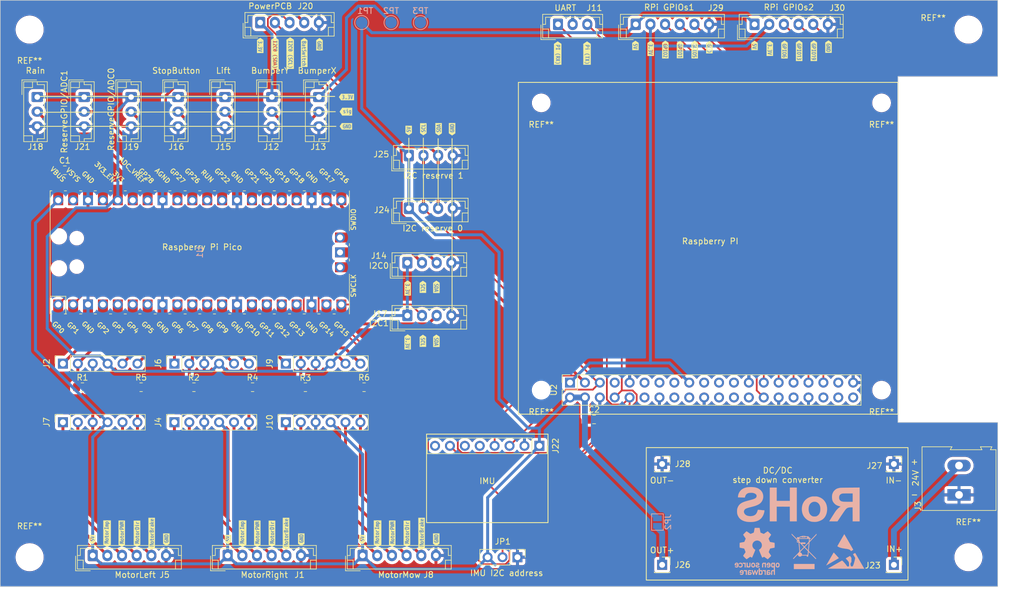
<source format=kicad_pcb>
(kicad_pcb (version 20241229) (generator "pcbnew") (generator_version "9.0")
  (title_block (title "Landrumower PCB") (rev "1.0"))
  (layers (0 "F.Cu" signal) (2 "B.Cu" signal) (13 "F.Paste" user) (15 "B.Paste" user) (5 "F.SilkS" user "F.Silkscreen") (7 "B.SilkS" user "B.Silkscreen") (1 "F.Mask" user) (3 "B.Mask" user) (25 "Edge.Cuts" user))
  (net 0 "")
  (net 1 "+5V")
  (net 2 "GND")
  (net 3 "+3V3")
  (net 4 "I2C0 (SDA)")
  (net 5 "I2C0 (SCL)")
  (net 6 "bumperX")
  (net 7 "pinMotorRightImp")
  (net 8 "pinMotorRightPWM")
  (net 9 "pinMotorRightDir")
  (net 10 "pinMotorRightBrake")
  (net 11 "bumperY")
  (net 12 "Net-(J1-Pad2)")
  (net 13 "Net-(J1-Pad3)")
  (net 14 "pinMotorLeftImp")
  (net 15 "pinMotorLeftPWM")
  (net 16 "pinMotorLeftDir")
  (net 17 "pinMotorLeftBrake")
  (net 18 "lift")
  (net 19 "pinMotorMowImp")
  (net 20 "pinMotorMowPWM")
  (net 21 "pinMotorMowDir")
  (net 22 "pinMotorMowBrake")
  (net 30 "I2C1 (SDA)")
  (net 31 "I2C1 (SCL)")
  (net 32 "Net-(J1-Pad4)")
  (net 33 "Net-(J1-Pad5)")
  (net 34 "Net-(J5-Pad2)")
  (net 35 "Net-(J5-Pad3)")
  (net 36 "Net-(J5-Pad4)")
  (net 37 "Net-(J5-Pad5)")
  (net 38 "rain")
  (net 39 "Net-(J10-Pad1)")
  (net 40 "Net-(J10-Pad2)")
  (net 41 "Net-(J10-Pad5)")
  (net 42 "Net-(J10-Pad6)")
  (net 43 "stopButton")
  (net 44 "pinBatterySwitch")
  (net 45 "reserve GPIO{slash}ADC 0")
  (net 46 "reserve GPIO{slash}ADC 1")
  (net 47 "I2C(SCL)")
  (net 48 "I2C(SDA)")
  (net 51 "Net-(J22-Pad7)")
  (net 53 "UART (PI:RX PICO:TX)")
  (net 54 "UART (PI:TX PICO:RX)")
  (net 55 "+3.3VP")
  (net 56 "GPIO4")
  (net 64 "GPIO1")
  (net 65 "GPIO2")
  (net 66 "GPIO5")
  (net 67 "GPIO6")
  (net 68 "GPIO13")
  (net 70 "GPIO19")
  (net 76 "+24V")
  (net 81 "Net-(J26-Pad1)")
  (footprint "Connector_JST:JST_EH_B6B-EH-A_1x06_P2.50mm_Vertical" (layer "F.Cu") (at 64.75 139.7)
    (property "Reference" "J5")
    (property "Value" "MotorLeftt")
  )
  (footprint "MountingHole:MountingHole_2.7mm" (layer "F.Cu") (at 141.2 62.5 180)
    (property "Reference" "REF**")
    (property "Value" "MountingHole_2.7mm")
  )
  (footprint "Connector_PinSocket_2.54mm:PinSocket_1x01_P2.54mm_Vertical" (layer "F.Cu") (at 161.8 124.1)
    (property "Reference" "J28")
    (property "Value" "OUT-")
  )
  (footprint "kibuzzard-65CA0B61" (layer "F.Cu") (at 95.3 136 90)
    (property "Reference" "kibuzzard-65CA0B61" (hide yes))
    (property "Value" "G***" (hide yes))
  )
  (footprint "kibuzzard-65CA0D25" (layer "F.Cu") (at 64.7 137 90)
    (property "Reference" "kibuzzard-65CA0D25" (hide yes))
    (property "Value" "G***" (hide yes))
  )
  (footprint "kibuzzard-65CA193C" (layer "F.Cu") (at 190.15 52.9 -90)
    (property "Reference" "kibuzzard-65CA193C" (hide yes))
    (property "Value" "G***" (hide yes))
  )
  (footprint "kibuzzard-65CA0A7B" (layer "F.Cu") (at 77.3 137 90)
    (property "Reference" "kibuzzard-65CA0A7B" (hide yes))
    (property "Value" "G***" (hide yes))
  )
  (footprint "MountingHole:MountingHole_2.7mm" (layer "F.Cu") (at 199.2 111.5 180)
    (property "Reference" "REF**")
    (property "Value" "MountingHole_2.7mm")
  )
  (footprint "Connector_JST:JST_EH_B3B-EH-A_1x03_P2.50mm_Vertical" (layer "F.Cu") (at 87.3 61.5 -90)
    (property "Reference" "J15")
    (property "Value" "Lift")
  )
  (footprint "Resistor_SMD:R_0805_2012Metric_Pad1.20x1.40mm_HandSolder" (layer "F.Cu") (at 101 111)
    (property "Reference" "R3")
    (property "Value" "4k7")
  )
  (footprint "kibuzzard-65CA15BA" (layer "F.Cu") (at 107.9 64)
    (property "Reference" "kibuzzard-65CA15BA" (hide yes))
    (property "Value" "G***" (hide yes))
  )
  (footprint "kibuzzard-65CA0AF1" (layer "F.Cu") (at 74.8 136 90)
    (property "Reference" "kibuzzard-65CA0AF1" (hide yes))
    (property "Value" "G***" (hide yes))
  )
  (footprint "Connector_JST:JST_EH_B3B-EH-A_1x03_P2.50mm_Vertical" (layer "F.Cu") (at 95.3 61.5 -90)
    (property "Reference" "J12")
    (property "Value" "BumperY")
  )
  (footprint "Connector_PinHeader_2.54mm:PinHeader_1x03_P2.54mm_Vertical" (layer "F.Cu") (at 137.14 140 -90)
    (property "Reference" "JP1")
    (property "Value" "I2C adress")
  )
  (footprint "kibuzzard-65CA0B61" (layer "F.Cu") (at 118.3 136 90)
    (property "Reference" "kibuzzard-65CA0B61" (hide yes))
    (property "Value" "G***" (hide yes))
  )
  (footprint "Connector_PinSocket_2.54mm:PinSocket_1x06_P2.54mm_Vertical" (layer "F.Cu") (at 97.675 116.975 90)
    (property "Reference" "J10")
    (property "Value" "Conn_01x06_Female")
  )
  (footprint "kibuzzard-65CA137E" (layer "F.Cu") (at 123.32548 103.07548 -90)
    (property "Reference" "kibuzzard-65CA137E" (hide yes))
    (property "Value" "G***" (hide yes))
  )
  (footprint "MountingHole:MountingHole_4.3mm_M4" (layer "F.Cu") (at 54 50 180)
    (property "Reference" "REF**")
    (property "Value" "MountingHole_4.3mm_M4")
  )
  (footprint "kibuzzard-65CA0AF1" (layer "F.Cu") (at 97.7 136 90)
    (property "Reference" "kibuzzard-65CA0AF1" (hide yes))
    (property "Value" "G***" (hide yes))
  )
  (footprint "Connector_JST:JST_EH_B6B-EH-A_1x06_P2.50mm_Vertical" (layer "F.Cu") (at 177.55 49.1)
    (property "Reference" "J30")
    (property "Value" "RPI GPIOs2")
  )
  (footprint "kibuzzard-65CA0CDE" (layer "F.Cu") (at 90.3 136 90)
    (property "Reference" "kibuzzard-65CA0CDE" (hide yes))
    (property "Value" "G***" (hide yes))
  )
  (footprint "Resistor_SMD:R_0805_2012Metric_Pad1.20x1.40mm_HandSolder" (layer "F.Cu") (at 82 111)
    (property "Reference" "R2")
    (property "Value" "4k7")
  )
  (footprint "RPi_Pico:RPi_Pico_SMD_TH" (layer "F.Cu") (at 83 88 90)
    (property "Reference" "U1")
    (property "Value" "Pico")
  )
  (footprint "kibuzzard-65CA34D8" (layer "F.Cu") (at 144 54 -90)
    (property "Reference" "kibuzzard-65CA34D8" (hide yes))
    (property "Value" "G***" (hide yes))
  )
  (footprint "Resistor_SMD:R_0805_2012Metric_Pad1.20x1.40mm_HandSolder" (layer "F.Cu") (at 111 111)
    (property "Reference" "R6")
    (property "Value" "100k")
  )
  (footprint "Connector_PinSocket_2.54mm:PinSocket_1x01_P2.54mm_Vertical" (layer "F.Cu") (at 201.3 124.1)
    (property "Reference" "J27")
    (property "Value" "IN-")
  )
  (footprint "MountingHole:MountingHole_2.7mm" (layer "F.Cu") (at 199.2 62.5 180)
    (property "Reference" "REF**")
    (property "Value" "MountingHole_2.7mm")
  )
  (footprint "kibuzzard-65CA0BE5" (layer "F.Cu") (at 69.7 136 90)
    (property "Reference" "kibuzzard-65CA0BE5" (hide yes))
    (property "Value" "G***" (hide yes))
  )
  (footprint "kibuzzard-65CA137E" (layer "F.Cu") (at 123.7 67 90)
    (property "Reference" "kibuzzard-65CA137E" (hide yes))
    (property "Value" "G***" (hide yes))
  )
  (footprint "Connector_JST:JST_EH_B6B-EH-A_1x06_P2.50mm_Vertical" (layer "F.Cu") (at 157.3 49.1)
    (property "Reference" "J29")
    (property "Value" "RPI GPIOs1")
  )
  (footprint "Connector_PinSocket_2.54mm:PinSocket_1x01_P2.54mm_Vertical" (layer "F.Cu") (at 201.3 141.3)
    (property "Reference" "J23")
    (property "Value" "IN+")
  )
  (footprint "kibuzzard-65CA0A7B" (layer "F.Cu") (at 123.3 137 90)
    (property "Reference" "kibuzzard-65CA0A7B" (hide yes))
    (property "Value" "G***" (hide yes))
  )
  (footprint "kibuzzard-65CA1392" (layer "F.Cu") (at 121.02548 93.87548 -90)
    (property "Reference" "kibuzzard-65CA1392" (hide yes))
    (property "Value" "G***" (hide yes))
  )
  (footprint "Connector_JST:JST_EH_B6B-EH-A_1x06_P2.50mm_Vertical" (layer "F.Cu") (at 110.75 139.7)
    (property "Reference" "J8")
    (property "Value" "MotorMow")
  )
  (footprint "kibuzzard-65CA3716" (layer "F.Cu") (at 103.4 52.5 -90)
    (property "Reference" "kibuzzard-65CA3716" (hide yes))
    (property "Value" "G***" (hide yes))
  )
  (footprint "Connector_JST:JST_EH_B4B-EH-A_1x04_P2.50mm_Vertical" (layer "F.Cu") (at 118.37548 89.77548)
    (property "Reference" "J14")
    (property "Value" "I2C0")
  )
  (footprint "kibuzzard-65CA3704" (layer "F.Cu") (at 100.8 53.9 -90)
    (property "Reference" "kibuzzard-65CA3704" (hide yes))
    (property "Value" "G***" (hide yes))
  )
  (footprint "kibuzzard-65CA137E" (layer "F.Cu") (at 123.32548 93.87548 -90)
    (property "Reference" "kibuzzard-65CA137E" (hide yes))
    (property "Value" "G***" (hide yes))
  )
  (footprint "Connector_PinSocket_2.54mm:PinSocket_1x08_P2.54mm_Vertical" (layer "F.Cu") (at 140.875 121 -90)
    (property "Reference" "J22")
    (property "Value" "IMU")
  )
  (footprint "Connector_JST:JST_EH_B3B-EH-A_1x03_P2.50mm_Vertical" (layer "F.Cu") (at 63.3 61.5 -90)
    (property "Reference" "J21")
    (property "Value" "ReserveGPIO/ADC1")
  )
  (footprint "Connector_JST:JST_EH_B5B-EH-A_1x05_P2.50mm_Vertical" (layer "F.Cu") (at 93.3 48.8)
    (property "Reference" "J20")
    (property "Value" "PowerPCB")
  )
  (footprint "kibuzzard-65CA1367" (layer "F.Cu") (at 118.42548 103.27548 -90)
    (property "Reference" "kibuzzard-65CA1367" (hide yes))
    (property "Value" "G***" (hide yes))
  )
  (footprint "Resistor_SMD:R_0805_2012Metric_Pad1.20x1.40mm_HandSolder" (layer "F.Cu") (at 63 111)
    (property "Reference" "R1")
    (property "Value" "4k7")
  )
  (footprint "Connector_PinSocket_2.54mm:PinSocket_1x06_P2.54mm_Vertical" (layer "F.Cu") (at 78.675 116.975 90)
    (property "Reference" "J4")
    (property "Value" "Conn_01x06_Female")
  )
  (footprint "kibuzzard-65CA19E7" (layer "F.Cu") (at 182.65 53.4 -90)
    (property "Reference" "kibuzzard-65CA19E7" (hide yes))
    (property "Value" "G***" (hide yes))
  )
  (footprint "kibuzzard-65CA0A7B" (layer "F.Cu") (at 100.3 137 90)
    (property "Reference" "kibuzzard-65CA0A7B" (hide yes))
    (property "Value" "G***" (hide yes))
  )
  (footprint "Connector_PinSocket_2.54mm:PinSocket_1x06_P2.54mm_Vertical" (layer "F.Cu") (at 59.675 116.975 90)
    (property "Reference" "J7")
    (property "Value" "Conn_01x06_Female")
  )
  (footprint "MountingHole:MountingHole_4.3mm_M4" (layer "F.Cu") (at 54 140)
    (property "Reference" "REF**")
    (property "Value" "MountingHole_4.3mm_M4")
  )
  (footprint "kibuzzard-65CA1392" (layer "F.Cu") (at 121.02548 103.07548 -90)
    (property "Reference" "kibuzzard-65CA1392" (hide yes))
    (property "Value" "G***" (hide yes))
  )
  (footprint "kibuzzard-65CA15CC" (layer "F.Cu") (at 107.9 66.5)
    (property "Reference" "kibuzzard-65CA15CC" (hide yes))
    (property "Value" "G***" (hide yes))
  )
  (footprint "Connector_JST:JST_EH_B6B-EH-A_1x06_P2.50mm_Vertical" (layer "F.Cu") (at 87.75 139.7)
    (property "Reference" "J1")
    (property "Value" "MotorRight")
  )
  (footprint "Connector_JST:JST_EH_B3B-EH-A_1x03_P2.50mm_Vertical" (layer "F.Cu") (at 71.3 61.5 -90)
    (property "Reference" "J19")
    (property "Value" "ResrveGPIO/ADC0")
  )
  (footprint "Resistor_SMD:R_0805_2012Metric_Pad1.20x1.40mm_HandSolder" (layer "F.Cu") (at 73 111)
    (property "Reference" "R5")
    (property "Value" "100k")
  )
  (footprint "MountingHole:MountingHole_4.3mm_M4" (layer "F.Cu") (at 214 50)
    (property "Reference" "REF**")
    (property "Value" "MountingHole_4.3mm_M4")
  )
  (footprint "MountingHole:MountingHole_4.3mm_M4" (layer "F.Cu") (at 214 140)
    (property "Reference" "REF**")
    (property "Value" "MountingHole_4.3mm_M4")
  )
  (footprint "kibuzzard-65CA36D0" (layer "F.Cu") (at 98.4 54 -90)
    (property "Reference" "kibuzzard-65CA36D0" (hide yes))
    (property "Value" "G***" (hide yes))
  )
  (footprint "kibuzzard-65CA1367" (layer "F.Cu") (at 118.42548 94.07548 -90)
    (property "Reference" "kibuzzard-65CA1367" (hide yes))
    (property "Value" "G***" (hide yes))
  )
  (footprint "Capacitor_SMD:C_0805_2012Metric_Pad1.18x1.45mm_HandSolder" (layer "F.Cu") (at 150.2 116.5)
    (property "Reference" "C2")
    (property "Value" "C_Small")
  )
  (footprint "kibuzzard-65CA18EE" (layer "F.Cu") (at 180.15 53.2 -90)
    (property "Reference" "kibuzzard-65CA18EE" (hide yes))
    (property "Value" "G***" (hide yes))
  )
  (footprint "Connector_JST:JST_EH_B3B-EH-A_1x03_P2.50mm_Vertical" (layer "F.Cu") (at 144.05 49.1)
    (property "Reference" "J11")
    (property "Value" "UART")
  )
  (footprint "kibuzzard-65CA0D25" (layer "F.Cu") (at 110.7 137 90)
    (property "Reference" "kibuzzard-65CA0D25" (hide yes))
    (property "Value" "G***" (hide yes))
  )
  (footprint "Capacitor_SMD:C_0805_2012Metric_Pad1.18x1.45mm_HandSolder" (layer "F.Cu") (at 60 74)
    (property "Reference" "C1")
    (property "Value" "C_Small")
  )
  (footprint "kibuzzard-65CA1A09" (layer "F.Cu") (at 187.65 53.6 -90)
    (property "Reference" "kibuzzard-65CA1A09" (hide yes))
    (property "Value" "G***" (hide yes))
  )
  (footprint "kibuzzard-65CA19F9" (layer "F.Cu") (at 185.15 53.6 -90)
    (property "Reference" "kibuzzard-65CA19F9" (hide yes))
    (property "Value" "G***" (hide yes))
  )
  (footprint "kibuzzard-65CA0CDE" (layer "F.Cu") (at 113.3 136 90)
    (property "Reference" "kibuzzard-65CA0CDE" (hide yes))
    (property "Value" "G***" (hide yes))
  )
  (footprint "kibuzzard-65CA0BDD" (layer "F.Cu") (at 72.3 136 90)
    (property "Reference" "kibuzzard-65CA0BDD" (hide yes))
    (property "Value" "G***" (hide yes))
  )
  (footprint "kibuzzard-65CA0D25" (layer "F.Cu") (at 87.8 137 90)
    (property "Reference" "kibuzzard-65CA0D25" (hide yes))
    (property "Value" "G***" (hide yes))
  )
  (footprint "kibuzzard-65CA0BE5" (layer "F.Cu") (at 115.8 136 90)
    (property "Reference" "kibuzzard-65CA0BE5" (hide yes))
    (property "Value" "G***" (hide yes))
  )
  (footprint "Connector_PinSocket_2.54mm:PinSocket_2x20_P2.54mm_Vertical" (layer "F.Cu") (at 146.1 110.21 90)
    (property "Reference" "U2")
    (property "Value" "Raspberry_Pi_2_3")
  )
  (footprint "Connector_JST:JST_EH_B4B-EH-A_1x04_P2.50mm_Vertical" (layer "F.Cu") (at 118.62548 80.47548)
    (property "Reference" "J24")
    (property "Value" "I2C reserve0")
  )
  (footprint "Connector_JST:JST_EH_B3B-EH-A_1x03_P2.50mm_Vertical" (layer "F.Cu") (at 55.3 61.5 -90)
    (property "Reference" "J18")
    (property "Value" "Rain")
  )
  (footprint "kibuzzard-65CA193C" (layer "F.Cu") (at 169.85 53 -90)
    (property "Reference" "kibuzzard-65CA193C" (hide yes))
    (property "Value" "G***" (hide yes))
  )
  (footprint "kibuzzard-65CA0BE5" (layer "F.Cu") (at 92.8 136 90)
    (property "Reference" "kibuzzard-65CA0BE5" (hide yes))
    (property "Value" "G***" (hide yes))
  )
  (footprint "Resistor_SMD:R_0805_2012Metric_Pad1.20x1.40mm_HandSolder" (layer "F.Cu") (at 92 111)
    (property "Reference" "R4")
    (property "Value" "100k")
  )
  (footprint "Connector_PinSocket_2.54mm:PinSocket_1x06_P2.54mm_Vertical" (layer "F.Cu") (at 59.675 106.975 90)
    (property "Reference" "J2")
    (property "Value" "Conn_01x06_Female")
  )
  (footprint "Connector_PinSocket_2.54mm:PinSocket_1x06_P2.54mm_Vertical" (layer "F.Cu") (at 97.675 106.975 90)
    (property "Reference" "J9")
    (property "Value" "Conn_01x06_Female")
  )
  (footprint "kibuzzard-65CA18B9" (layer "F.Cu") (at 177.55 52.7 -90)
    (property "Reference" "kibuzzard-65CA18B9" (hide yes))
    (property "Value" "G***" (hide yes))
  )
  (footprint "Connector_JST:JST_EH_B4B-EH-A_1x04_P2.50mm_Vertical" (layer "F.Cu") (at 118.62548 71.47548)
    (property "Reference" "J25")
    (property "Value" "I2C reserve1")
  )
  (footprint "kibuzzard-65CA369C" (layer "F.Cu") (at 95.8 54 -90)
    (property "Reference" "kibuzzard-65CA369C" (hide yes))
    (property "Value" "G***" (hide yes))
  )
  (footprint "kibuzzard-65CA0CDE" (layer "F.Cu") (at 67.2 136 90)
    (property "Reference" "kibuzzard-65CA0CDE" (hide yes))
    (property "Value" "G***" (hide yes))
  )
  (footprint "kibuzzard-65CA1528" (layer "F.Cu") (at 118.6 67.2 90)
    (property "Reference" "kibuzzard-65CA1528" (hide yes))
    (property "Value" "G***" (hide yes))
  )
  (footprint "kibuzzard-65CA34CF" (layer "F.Cu") (at 149 54 -90)
    (property "Reference" "kibuzzard-65CA34CF" (hide yes))
    (property "Value" "G***" (hide yes))
  )
  (footprint "kibuzzard-65CA15DA" (layer "F.Cu") (at 108 61.5)
    (property "Reference" "kibuzzard-65CA15DA" (hide yes))
    (property "Value" "G***" (hide yes))
  )
  (footprint "kibuzzard-65CA191B" (layer "F.Cu") (at 164.85 53.4 -90)
    (property "Reference" "kibuzzard-65CA191B" (hide yes))
    (property "Value" "G***" (hide yes))
  )
  (footprint "kibuzzard-65CA18B9" (layer "F.Cu") (at 157.25 52.7 -90)
    (property "Reference" "kibuzzard-65CA18B9" (hide yes))
    (property "Value" "G***" (hide yes))
  )
  (footprint "kibuzzard-65CA18EE" (layer "F.Cu") (at 159.85 53.2 -90)
    (property "Reference" "kibuzzard-65CA18EE" (hide yes))
    (property "Value" "G***" (hide yes))
  )
  (footprint "Connector_JST:JST_EH_B3B-EH-A_1x03_P2.50mm_Vertical" (layer "F.Cu") (at 79.3 61.5 -90)
    (property "Reference" "J16")
    (property "Value" "StopButton")
  )
  (footprint "kibuzzard-65CA3687" (layer "F.Cu") (at 93.3 52.7 -90)
    (property "Reference" "kibuzzard-65CA3687" (hide yes))
    (property "Value" "G***" (hide yes))
  )
  (footprint "Connector_PinSocket_2.54mm:PinSocket_1x01_P2.54mm_Vertical" (layer "F.Cu") (at 161.8 141.3)
    (property "Reference" "J26")
    (property "Value" "OUT+")
  )
  (footprint "Connector_JST:JST_EH_B4B-EH-A_1x04_P2.50mm_Vertical" (layer "F.Cu") (at 118.37548 98.77548)
    (property "Reference" "J17")
    (property "Value" "I2C1")
  )
  (footprint "kibuzzard-65CA13E2" (layer "F.Cu") (at 126 67 90)
    (property "Reference" "kibuzzard-65CA13E2" (hide yes))
    (property "Value" "G***" (hide yes))
  )
  (footprint "TerminalBlock:TerminalBlock_Altech_AK300-2_P5.00mm" (layer "F.Cu") (at 212.4 129.365 90)
    (property "Reference" "J3")
    (property "Value" "Power")
  )
  (footprint "kibuzzard-65CA190F" (layer "F.Cu") (at 162.35 53.4 -90)
    (property "Reference" "kibuzzard-65CA190F" (hide yes))
    (property "Value" "G***" (hide yes))
  )
  (footprint "Connector_JST:JST_EH_B3B-EH-A_1x03_P2.50mm_Vertical" (layer "F.Cu") (at 103.3 61.5 -90)
    (property "Reference" "J13")
    (property "Value" "BumperX")
  )
  (footprint "kibuzzard-65CA1927" (layer "F.Cu") (at 167.35 53.4 -90)
    (property "Reference" "kibuzzard-65CA1927" (hide yes))
    (property "Value" "G***" (hide yes))
  )
  (footprint "kibuzzard-65CA0AF1" (layer "F.Cu") (at 120.8 136 90)
    (property "Reference" "kibuzzard-65CA0AF1" (hide yes))
    (property "Value" "G***" (hide yes))
  )
  (footprint "Connector_PinSocket_2.54mm:PinSocket_1x06_P2.54mm_Vertical" (layer "F.Cu") (at 78.675 106.975 90)
    (property "Reference" "J6")
    (property "Value" "Conn_01x06_Female")
  )
  (footprint "kibuzzard-65CA1392" (layer "F.Cu") (at 121.1 67 90)
    (property "Reference" "kibuzzard-65CA1392" (hide yes))
    (property "Value" "G***" (hide yes))
  )
  (footprint "MountingHole:MountingHole_2.7mm" (layer "F.Cu") (at 141.2 111.5 180)
    (property "Reference" "REF**")
    (property "Value" "MountingHole_2.7mm")
  )
  (footprint "Jumper:SolderJumper-2_P1.3mm_Open_Pad1.0x1.5mm" (layer "B.Cu") (at 161 134 90)
    (property "Reference" "JP2")
    (property "Value" "Jumper_2_Open")
  )
  (footprint "TestPoint:TestPoint_Pad_D2.0mm" (layer "B.Cu") (at 115.6 48.8 180)
    (property "Reference" "TP2")
    (property "Value" "TP3.3V")
  )
  (footprint "TestPoint:TestPoint_Pad_D2.0mm" (layer "B.Cu") (at 110.6 48.8 180)
    (property "Reference" "TP1")
    (property "Value" "TP_5V")
  )
  (footprint "Symbol:ESD-Logo_6.6x6mm_SilkScreen" (layer "B.Cu") (at 193 139 180)
    (property "Reference" "REF**" (hide yes))
    (property "Value" "ESD-Logo_6.6x6mm_SilkScreen" (hide yes))
  )
  (footprint "Symbol:OSHW-Logo_7.5x8mm_SilkScreen" (layer "B.Cu") (at 178 139 180)
    (property "Reference" "REF**" (hide yes))
    (property "Value" "OSHW-Logo_7.5x8mm_SilkScreen" (hide yes))
  )
  (footprint "TestPoint:TestPoint_Pad_D2.0mm" (layer "B.Cu") (at 120.6 48.8 180)
    (property "Reference" "TP3")
    (property "Value" "TP_GND")
  )
  (footprint "Symbol:WEEE-Logo_4.2x6mm_SilkScreen" (layer "B.Cu") (at 186 139 180)
    (property "Reference" "REF**" (hide yes))
    (property "Value" "WEEE-Logo_4.2x6mm_SilkScreen" (hide yes))
  )
  (footprint "Symbol:RoHS-Logo_6mm_SilkScreen" (layer "B.Cu") (at 185 131 180)
    (property "Reference" "REF**" (hide yes))
    (property "Value" "RoHS-Logo_6mm_SilkScreen" (hide yes))
  )
  (gr_rect (start 121.65 119) (end 142.35 134.1) (stroke (width 0.15)) (fill no) (layer "F.SilkS"))
  (gr_line (start 123.62548 68.6) (end 123.62548 79.87548) (stroke (width 0.15)) (layer "F.SilkS"))
  (gr_rect (start 137.3 59) (end 202 115.6) (stroke (width 0.15)) (fill no) (layer "F.SilkS"))
  (gr_line (start 106 61.4) (end 55.8 61.4) (stroke (width 0.15)) (layer "F.SilkS"))
  (gr_rect (start 159.1 121.3) (end 203.7 143.9) (stroke (width 0.15)) (fill no) (layer "F.SilkS"))
  (gr_line (start 126 68.6) (end 126 98) (stroke (width 0.15)) (layer "F.SilkS"))
  (gr_line (start 106.1 64) (end 55.8 64.1) (stroke (width 0.15)) (layer "F.SilkS"))
  (gr_line (start 118.62548 68.5) (end 118.62548 79.87548) (stroke (width 0.15)) (layer "F.SilkS"))
  (gr_line (start 106.2 66.5) (end 55.8 66.5) (stroke (width 0.15)) (layer "F.SilkS"))
  (gr_line (start 121.1 68.5) (end 121.12548 79.47548) (stroke (width 0.15)) (layer "F.SilkS"))
  (gr_line (start 49 145) (end 219 145) (stroke (width 0.1)) (layer "Edge.Cuts"))
  (gr_line (start 219 145) (end 219 117) (stroke (width 0.1)) (layer "Edge.Cuts"))
  (gr_line (start 49 45) (end 49 145) (stroke (width 0.1)) (layer "Edge.Cuts"))
  (gr_line (start 219 58) (end 219 45) (stroke (width 0.1)) (layer "Edge.Cuts"))
  (gr_line (start 202 58) (end 202 117) (stroke (width 0.1)) (layer "Edge.Cuts"))
  (gr_line (start 219 45) (end 49 45) (stroke (width 0.1)) (layer "Edge.Cuts"))
  (gr_line (start 202 117) (end 219 117) (stroke (width 0.1)) (layer "Edge.Cuts"))
  (gr_line (start 219 58) (end 202 58) (stroke (width 0.1)) (layer "Edge.Cuts"))
  (gr_text "Landrumower PCB V1.0" (at 73 49 0) (layer "F.Cu") (effects (font (size 1.5 1.5) (thickness 0.3))))
  (gr_text "MotorMow" (at 117 143 0) (layer "F.SilkS") (effects (font (size 1 1))))
  (gr_text "Rain" (at 55 57 0) (layer "F.SilkS") (effects (font (size 1 1))))
  (gr_text "PowerPCB" (at 95 46 0) (layer "F.SilkS") (effects (font (size 1 1))))
  (gr_text "BumperX" (at 103 57 0) (layer "F.SilkS") (effects (font (size 1 1))))
  (gr_text "IMU" (at 132 127 0) (layer "F.SilkS") (effects (font (size 1 1))))
  (gr_text "ReserveGPIO/ADC0" (at 67.9 63.6 90) (layer "F.SilkS") (effects (font (size 1 1))))
  (gr_text "I2C reserve 1" (at 122.8 74.9 0) (layer "F.SilkS") (effects (font (size 1 1))))
  (gr_text "MotorLeft" (at 72 143 0) (layer "F.SilkS") (effects (font (size 1 1))))
  (gr_text "Lift" (at 87 57 0) (layer "F.SilkS") (effects (font (size 1 1))))
  (gr_text "IN+" (at 201.4 138.6 0) (layer "F.SilkS") (effects (font (size 1 1))))
  (gr_text "I2C reserve 0" (at 122.7 83.9 0) (layer "F.SilkS") (effects (font (size 1 1))))
  (gr_text "IMU I2C address" (at 135.3 142.7 0) (layer "F.SilkS") (effects (font (size 1 1))))
  (gr_text "I2C0" (at 113.52548 90.27548 0) (layer "F.SilkS") (effects (font (size 1 1))))
  (gr_text "-" (at 204.8 129.3 0) (layer "F.SilkS") (effects (font (size 1 1))))
  (gr_text "RPi GPIOs2" (at 183.4 46.2 0) (layer "F.SilkS") (effects (font (size 1 1))))
  (gr_text "StopButton" (at 79 57 0) (layer "F.SilkS") (effects (font (size 1 1))))
  (gr_text "Raspberry PI" (at 170 86.1 0) (layer "F.SilkS") (effects (font (size 1 1))))
  (gr_text "ReserveGPIO/ADC1" (at 59.9 64 90) (layer "F.SilkS") (effects (font (size 1 1))))
  (gr_text "OUT+" (at 161.8 138.8 0) (layer "F.SilkS") (effects (font (size 1 1))))
  (gr_text "DC/DC\nstep down converter" (at 181.5 126 0) (layer "F.SilkS") (effects (font (size 1 1))))
  (gr_text "OUT-" (at 161.8 126.9 0) (layer "F.SilkS") (effects (font (size 1 1))))
  (gr_text "24V" (at 205 126.5 90) (layer "F.SilkS") (effects (font (size 1 1))))
  (gr_text "IN-" (at 201.3 126.9 0) (layer "F.SilkS") (effects (font (size 1 1))))
  (gr_text "+" (at 204.8 123.7 0) (layer "F.SilkS") (effects (font (size 1 1))))
  (gr_text "Raspberry Pi Pico" (at 83.4 87.1 0) (layer "F.SilkS") (effects (font (size 1 1))))
  (gr_text "RPi GPIOs1" (at 163 46.2 0) (layer "F.SilkS") (effects (font (size 1 1))))
  (gr_text "BumperY" (at 95 57 0) (layer "F.SilkS") (effects (font (size 1 1))))
  (gr_text "UART" (at 145.3 46.3 0) (layer "F.SilkS") (effects (font (size 1 1))))
  (gr_text "MotorRight" (at 94 143 0) (layer "F.SilkS") (effects (font (size 1 1))))
  (gr_text "I2C1" (at 113.52548 100.07548 0) (layer "F.SilkS") (effects (font (size 1 1))))
  (segment (start 148.64 115.9775) (end 149.1625 116.5) (width 0.5) (layer "F.Cu") (net 1))
  (segment (start 58.87 74.0925) (end 58.9625 74) (width 0.5) (layer "F.Cu") (net 1))
  (segment (start 58.87 79.11) (end 58.87 74.0925) (width 0.5) (layer "F.Cu") (net 1))
  (segment (start 148.64 112.75) (end 148.64 115.9775) (width 0.5) (layer "F.Cu") (net 1))
  (segment (start 118.62548 71.47548) (end 118.62548 80.47548) (width 0.5) (layer "B.Cu") (net 1))
  (segment (start 55 104.68) (end 67.295 116.975) (width 0.5) (layer "B.Cu") (net 1))
  (segment (start 87.75 139.7) (end 87.75 118.43) (width 0.5) (layer "B.Cu") (net 1))
  (segment (start 109.32548 141.12452) (end 89.17452 141.12452) (width 0.5) (layer "B.Cu") (net 1))
  (segment (start 134 88) (end 134 113) (width 0.5) (layer "B.Cu") (net 1))
  (segment (start 157.3 49.1) (end 158.72452 47.67548) (width 0.5) (layer "B.Cu") (net 1))
  (segment (start 118.62548 80.47548) (end 123.15 85) (width 0.5) (layer "B.Cu") (net 1))
  (segment (start 110.6 63.45) (end 110.6 48.8) (width 0.5) (layer "B.Cu") (net 1))
  (segment (start 66.17452 141.12452) (end 64.75 139.7) (width 0.5) (layer "B.Cu") (net 1))
  (segment (start 113.05 142) (end 110.75 139.7) (width 0.5) (layer "B.Cu") (net 1))
  (segment (start 140.875 121) (end 140.875 117.975) (width 0.5) (layer "B.Cu") (net 1))
  (segment (start 87.75 118.43) (end 86.295 116.975) (width 0.5) (layer "B.Cu") (net 1))
  (segment (start 110.75 139.7) (end 110.75 122.43) (width 0.5) (layer "B.Cu") (net 1))
  (segment (start 87.75 139.7) (end 86.32548 141.12452) (width 0.5) (layer "B.Cu") (net 1))
  (segment (start 89.17452 141.12452) (end 87.75 139.7) (width 0.5) (layer "B.Cu") (net 1))
  (segment (start 64.75 119.52) (end 67.295 116.975) (width 0.5) (layer "B.Cu") (net 1))
  (segment (start 58.87 79.11) (end 55 82.98) (width 0.5) (layer "B.Cu") (net 1))
  (segment (start 148.64 112.75) (end 146.1 112.75) (width 1) (layer "B.Cu") (net 1))
  (segment (start 112.32452 50.52452) (end 155.87548 50.52452) (width 0.5) (layer "B.Cu") (net 1))
  (segment (start 64.75 139.7) (end 64.75 119.52) (width 0.5) (layer "B.Cu") (net 1))
  (segment (start 55 82.98) (end 55 104.68) (width 0.5) (layer "B.Cu") (net 1))
  (segment (start 130.06 142) (end 113 142) (width 0.5) (layer "B.Cu") (net 1))
  (segment (start 132.06 140) (end 132.06 129.815) (width 0.5) (layer "B.Cu") (net 1))
  (segment (start 110.75 139.7) (end 109.32548 141.12452) (width 0.5) (layer "B.Cu") (net 1))
  (segment (start 132.06 140) (end 130.06 142) (width 0.5) (layer "B.Cu") (net 1))
  (segment (start 131 85) (end 134 88) (width 0.5) (layer "B.Cu") (net 1))
  (segment (start 138.975 117.975) (end 140.875 117.975) (width 0.5) (layer "B.Cu") (net 1))
  (segment (start 133.359511 141.299511) (end 132.06 140) (width 0.5) (layer "B.Cu") (net 1))
  (segment (start 132.06 129.815) (end 140.875 121) (width 0.5) (layer "B.Cu") (net 1))
  (segment (start 161 133.35) (end 148.64 120.99) (width 1) (layer "B.Cu") (net 1))
  (segment (start 155.87548 50.52452) (end 157.3 49.1) (width 0.5) (layer "B.Cu") (net 1))
  (segment (start 118.62548 71.47548) (end 110.6 63.45) (width 0.5) (layer "B.Cu") (net 1))
  (segment (start 158.72452 47.67548) (end 176.12548 47.67548) (width 0.5) (layer "B.Cu") (net 1))
  (segment (start 140.875 117.975) (end 146.1 112.75) (width 0.5) (layer "B.Cu") (net 1))
  (segment (start 110.6 48.8) (end 112.32452 50.52452) (width 0.5) (layer "B.Cu") (net 1))
  (segment (start 148.64 120.99) (end 148.64 112.75) (width 1) (layer "B.Cu") (net 1))
  (segment (start 123.15 85) (end 131 85) (width 0.5) (layer "B.Cu") (net 1))
  (segment (start 110.75 122.43) (end 105.295 116.975) (width 0.5) (layer "B.Cu") (net 1))
  (segment (start 86.32548 141.12452) (end 66.17452 141.12452) (width 0.5) (layer "B.Cu") (net 1))
  (segment (start 176.12548 47.67548) (end 177.55 49.1) (width 0.5) (layer "B.Cu") (net 1))
  (segment (start 134 113) (end 138.975 117.975) (width 0.5) (layer "B.Cu") (net 1))
  (segment (start 65.995489 105.675489) (end 61.675489 105.675489) (width 0.5) (layer "B.Cu") (net 3))
  (segment (start 61.886266 80.409511) (end 67.028276 80.409511) (width 0.5) (layer "B.Cu") (net 3))
  (segment (start 71.3 61.5) (end 63.3 61.5) (width 0.5) (layer "B.Cu") (net 3))
  (segment (start 57 85.295777) (end 61.886266 80.409511) (width 0.5) (layer "B.Cu") (net 3))
  (segment (start 79.3 61.5) (end 87.3 61.5) (width 0.5) (layer "B.Cu") (net 3))
  (segment (start 67.028276 80.409511) (end 69 78.437787) (width 0.5) (layer "B.Cu") (net 3))
  (segment (start 105.295 106.975) (end 103.995489 108.274511) (width 0.5) (layer "B.Cu") (net 3))
  (segment (start 57 101) (end 57 85.295777) (width 0.5) (layer "B.Cu") (net 3))
  (segment (start 87.3 61.5) (end 95.3 61.5) (width 0.5) (layer "B.Cu") (net 3))
  (segment (start 113.57 98.7) (end 105.295 106.975) (width 0.5) (layer "B.Cu") (net 3))
  (segment (start 95.3 61.5) (end 95.3 50.8) (width 0.5) (layer "B.Cu") (net 3))
  (segment (start 87.594511 108.274511) (end 86.295 106.975) (width 0.5) (layer "B.Cu") (net 3))
  (segment (start 110 46) (end 112.8 46) (width 0.5) (layer "B.Cu") (net 3))
  (segment (start 112.8 46) (end 115.6 48.8) (width 0.5) (layer "B.Cu") (net 3))
  (segment (start 84.995489 108.274511) (end 68.594511 108.274511) (width 0.5) (layer "B.Cu") (net 3))
  (segment (start 69.03 63.77) (end 71.3 61.5) (width 0.5) (layer "B.Cu") (net 3))
  (segment (start 108 48) (end 110 46) (width 0.5) (layer "B.Cu") (net 3))
  (segment (start 67.295 106.975) (end 65.995489 105.675489) (width 0.5) (layer "B.Cu") (net 3))
  (segment (start 103.3 61.5) (end 108 56.8) (width 0.5) (layer "B.Cu") (net 3))
  (segment (start 63.3 61.5) (end 55.3 61.5) (width 0.5) (layer "B.Cu") (net 3))
  (segment (start 68.594511 108.274511) (end 67.295 106.975) (width 0.5) (layer "B.Cu") (net 3))
  (segment (start 69.03 79.11) (end 69.03 63.77) (width 0.5) (layer "B.Cu") (net 3))
  (segment (start 95.3 61.5) (end 103.3 61.5) (width 0.5) (layer "B.Cu") (net 3))
  (segment (start 103.995489 108.274511) (end 87.594511 108.274511) (width 0.5) (layer "B.Cu") (net 3))
  (segment (start 71.3 61.5) (end 79.3 61.5) (width 0.5) (layer "B.Cu") (net 3))
  (segment (start 118.37548 98.77548) (end 118.37548 89.77548) (width 0.5) (layer "B.Cu") (net 3))
  (segment (start 108 56.8) (end 108 48) (width 0.5) (layer "B.Cu") (net 3))
  (segment (start 113.64548 98.77548) (end 113.57 98.7) (width 0.5) (layer "B.Cu") (net 3))
  (segment (start 86.295 106.975) (end 84.995489 108.274511) (width 0.5) (layer "B.Cu") (net 3))
  (segment (start 61.675489 105.675489) (end 57 101) (width 0.5) (layer "B.Cu") (net 3))
  (segment (start 95.3 50.8) (end 93.3 48.8) (width 0.5) (layer "B.Cu") (net 3))
  (segment (start 118.37548 98.77548) (end 113.64548 98.77548) (width 0.5) (layer "B.Cu") (net 3))
  (segment (start 115.6 82) (end 123.37548 89.77548) (width 0.5) (layer "F.Cu") (net 4))
  (segment (start 107.15 73.85) (end 107.13 73.87) (width 0.3) (layer "F.Cu") (net 4))
  (segment (start 107.15 60.15) (end 107.15 73.85) (width 0.3) (layer "F.Cu") (net 4))
  (segment (start 95.8 48.8) (end 107.15 60.15) (width 0.3) (layer "F.Cu") (net 4))
  (segment (start 109 82) (end 107.13 80.13) (width 0.5) (layer "F.Cu") (net 4))
  (segment (start 107.13 80.13) (end 107.13 79.11) (width 0.5) (layer "F.Cu") (net 4))
  (segment (start 107.13 73.87) (end 107.13 79.11) (width 0.3) (layer "F.Cu") (net 4))
  (segment (start 109 82) (end 115.6 82) (width 0.5) (layer "F.Cu") (net 4))
  (segment (start 108.48 83) (end 114.1 83) (width 0.5) (layer "F.Cu") (net 5))
  (segment (start 95.303143 47.47548) (end 94.60048 48.178143) (width 0.3) (layer "F.Cu") (net 5))
  (segment (start 94.60048 48.178143) (end 94.60048 49.421857) (width 0.3) (layer "F.Cu") (net 5))
  (segment (start 106.65048 61) (end 106.65048 69.99952) (width 0.3) (layer "F.Cu") (net 5))
  (segment (start 108.48 83) (end 104.59 79.11) (width 0.5) (layer "F.Cu") (net 5))
  (segment (start 114.1 83) (end 120.87548 89.77548) (width 0.5) (layer "F.Cu") (net 5))
  (segment (start 106.65048 69.99952) (end 104.59 72.06) (width 0.3) (layer "F.Cu") (net 5))
  (segment (start 96.97548 47.47548) (end 95.303143 47.47548) (width 0.3) (layer "F.Cu") (net 5))
  (segment (start 104.59 72.06) (end 104.59 79.11) (width 0.3) (layer "F.Cu") (net 5))
  (segment (start 94.60048 49.421857) (end 106.178623 61) (width 0.3) (layer "F.Cu") (net 5))
  (segment (start 106.178623 61) (end 106.65048 61) (width 0.3) (layer "F.Cu") (net 5))
  (segment (start 98.3 48.8) (end 96.97548 47.47548) (width 0.3) (layer "F.Cu") (net 5))
  (segment (start 103.3 64) (end 99.51 67.79) (width 0.5) (layer "F.Cu") (net 6))
  (segment (start 99.51 67.79) (end 99.51 79.11) (width 0.5) (layer "F.Cu") (net 6))
  (segment (start 66.49 100.16) (end 59.675 106.975) (width 0.5) (layer "F.Cu") (net 7))
  (segment (start 66.49 96.89) (end 66.49 100.16) (width 0.5) (layer "F.Cu") (net 7))
  (segment (start 69.03 96.89) (end 69.03 100.16) (width 0.5) (layer "F.Cu") (net 8))
  (segment (start 69.03 100.16) (end 62.215 106.975) (width 0.5) (layer "F.Cu") (net 8))
  (segment (start 62.215 110.785) (end 62 111) (width 0.5) (layer "F.Cu") (net 8))
  (segment (start 62.215 106.975) (end 62.215 110.785) (width 0.5) (layer "F.Cu") (net 8))
  (segment (start 71.57 96.89) (end 71.57 105.24) (width 0.5) (layer "F.Cu") (net 9))
  (segment (start 71.57 105.24) (end 69.835 106.975) (width 0.5) (layer "F.Cu") (net 9))
  (segment (start 74.11 96.89) (end 74.11 105.24) (width 0.5) (layer "F.Cu") (net 10))
  (segment (start 74.11 105.24) (end 72.375 106.975) (width 0.5) (layer "F.Cu") (net 10))
  (segment (start 96.97 65.67) (end 96.97 79.11) (width 0.5) (layer "F.Cu") (net 11))
  (segment (start 95.3 64) (end 96.97 65.67) (width 0.5) (layer "F.Cu") (net 11))
  (segment (start 78.675 128.125) (end 90.25 139.7) (width 0.5) (layer "F.Cu") (net 12))
  (segment (start 78.675 116.975) (end 78.675 128.125) (width 0.5) (layer "F.Cu") (net 12))
  (segment (start 81.215 128.165) (end 92.75 139.7) (width 0.5) (layer "F.Cu") (net 13))
  (segment (start 81.215 116.975) (end 81.215 128.165) (width 0.5) (layer "F.Cu") (net 13))
  (segment (start 78.675 97.405) (end 78.675 106.975) (width 0.5) (layer "F.Cu") (net 14))
  (segment (start 79.19 96.89) (end 78.675 97.405) (width 0.5) (layer "F.Cu") (net 14))
  (segment (start 81.73 96.89) (end 81.73 106.46) (width 0.5) (layer "F.Cu") (net 15))
  (segment (start 81.215 106.975) (end 81.215 110.785) (width 0.5) (layer "F.Cu") (net 15))
  (segment (start 81.215 110.785) (end 81 111) (width 0.5) (layer "F.Cu") (net 15))
  (segment (start 81.73 106.46) (end 81.215 106.975) (width 0.5) (layer "F.Cu") (net 15))
  (segment (start 84.27 102.41) (end 88.835 106.975) (width 0.5) (layer "F.Cu") (net 16))
  (segment (start 84.27 96.89) (end 84.27 102.41) (width 0.5) (layer "F.Cu") (net 16))
  (segment (start 86.81 102.41) (end 91.375 106.975) (width 0.5) (layer "F.Cu") (net 17))
  (segment (start 86.81 96.89) (end 86.81 102.41) (width 0.5) (layer "F.Cu") (net 17))
  (segment (start 87.3 64) (end 94.43 71.13) (width 0.5) (layer "F.Cu") (net 18))
  (segment (start 94.43 79.11) (end 93.87548 78.55548) (width 0.5) (layer "F.Cu") (net 18))
  (segment (start 94.43 79.11) (end 94.43 71.13) (width 0.5) (layer "F.Cu") (net 18))
  (segment (start 91.89 101.19) (end 97.675 106.975) (width 0.5) (layer "F.Cu") (net 19))
  (segment (start 91.89 96.89) (end 91.89 101.19) (width 0.5) (layer "F.Cu") (net 19))
  (segment (start 94.43 96.89) (end 94.43 98.749022) (width 0.5) (layer "F.Cu") (net 20))
  (segment (start 94.43 98.749022) (end 100.215 104.534022) (width 0.5) (layer "F.Cu") (net 20))
  (segment (start 100.215 110.785) (end 100 111) (width 0.5) (layer "F.Cu") (net 20))
  (segment (start 100.215 106.975) (end 100.215 110.785) (width 0.5) (layer "F.Cu") (net 20))
  (segment (start 100.215 104.534022) (end 100.215 106.975) (width 0.5) (layer "F.Cu") (net 20))
  (segment (start 96.97 98.749022) (end 103.220978 105) (width 0.5) (layer "F.Cu") (net 21))
  (segment (start 105.86 105) (end 107.835 106.975) (width 0.5) (layer "F.Cu") (net 21))
  (segment (start 96.97 96.89) (end 96.97 98.749022) (width 0.5) (layer "F.Cu") (net 21))
  (segment (start 103.220978 105) (end 105.86 105) (width 0.5) (layer "F.Cu") (net 21))
  (segment (start 103.510728 104.30048) (end 107.70048 104.30048) (width 0.5) (layer "F.Cu") (net 22))
  (segment (start 99.51 100.299752) (end 103.510728 104.30048) (width 0.5) (layer "F.Cu") (net 22))
  (segment (start 99.51 96.89) (end 99.51 100.299752) (width 0.5) (layer "F.Cu") (net 22))
  (segment (start 107.70048 104.30048) (end 110.375 106.975) (width 0.5) (layer "F.Cu") (net 22))
  (segment (start 106.040978 100.2) (end 121.95096 100.2) (width 0.5) (layer "F.Cu") (net 30))
  (segment (start 104.59 98.749022) (end 106.040978 100.2) (width 0.5) (layer "F.Cu") (net 30))
  (segment (start 121.95096 100.2) (end 123.37548 98.77548) (width 0.5) (layer "F.Cu") (net 30))
  (segment (start 104.59 98.749022) (end 104.59 96.89) (width 0.5) (layer "F.Cu") (net 30))
  (segment (start 120.87548 98.77548) (end 120.87548 99.32548) (width 0.5) (layer "F.Cu") (net 31))
  (segment (start 107.13 96.89) (end 118.99 96.89) (width 0.3) (layer "F.Cu") (net 31))
  (segment (start 118.99 96.89) (end 120.87548 98.77548) (width 0.3) (layer "F.Cu") (net 31))
  (segment (start 88.835 133.285) (end 95.25 139.7) (width 0.5) (layer "F.Cu") (net 32))
  (segment (start 88.835 116.975) (end 88.835 133.285) (width 0.5) (layer "F.Cu") (net 32))
  (segment (start 91.375 116.975) (end 91.375 133.325) (width 0.5) (layer "F.Cu") (net 33))
  (segment (start 91.375 111.375) (end 91 111) (width 0.5) (layer "F.Cu") (net 33))
  (segment (start 91.375 133.325) (end 97.75 139.7) (width 0.5) (layer "F.Cu") (net 33))
  (segment (start 91.375 116.975) (end 91.375 111.375) (width 0.5) (layer "F.Cu") (net 33))
  (segment (start 59.675 132.125) (end 67.25 139.7) (width 0.5) (layer "F.Cu") (net 34))
  (segment (start 59.675 116.975) (end 59.675 132.125) (width 0.5) (layer "F.Cu") (net 34))
  (segment (start 62.215 116.975) (end 62.215 132.165) (width 0.5) (layer "F.Cu") (net 35))
  (segment (start 62.215 132.165) (end 69.75 139.7) (width 0.5) (layer "F.Cu") (net 35))
  (segment (start 69.835 116.975) (end 69.835 137.285) (width 0.5) (layer "F.Cu") (net 36))
  (segment (start 69.835 137.285) (end 72.25 139.7) (width 0.5) (layer "F.Cu") (net 36))
  (segment (start 72.375 137.325) (end 74.75 139.7) (width 0.5) (layer "F.Cu") (net 37))
  (segment (start 72.375 111.375) (end 72 111) (width 0.5) (layer "F.Cu") (net 37))
  (segment (start 72.375 116.975) (end 72.375 111.375) (width 0.5) (layer "F.Cu") (net 37))
  (segment (start 72.375 116.975) (end 72.375 137.325) (width 0.5) (layer "F.Cu") (net 37))
  (segment (start 74.11 79.11) (end 74.11 77.250978) (width 0.5) (layer "F.Cu") (net 38))
  (segment (start 64.658542 67.79952) (end 59.09952 67.79952) (width 0.5) (layer "F.Cu") (net 38))
  (segment (start 74.11 77.250978) (end 64.658542 67.79952) (width 0.5) (layer "F.Cu") (net 38))
  (segment (start 59.09952 67.79952) (end 55.3 64) (width 0.5) (layer "F.Cu") (net 38))
  (segment (start 97.675 124.125) (end 113.25 139.7) (width 0.5) (layer "F.Cu") (net 39))
  (segment (start 97.675 116.975) (end 97.675 124.125) (width 0.5) (layer "F.Cu") (net 39))
  (segment (start 100.215 116.975) (end 100.215 124.165) (width 0.5) (layer "F.Cu") (net 40))
  (segment (start 100.215 124.165) (end 115.75 139.7) (width 0.5) (layer "F.Cu") (net 40))
  (segment (start 107.835 129.285) (end 118.25 139.7) (width 0.5) (layer "F.Cu") (net 41))
  (segment (start 107.835 116.975) (end 107.835 129.285) (width 0.5) (layer "F.Cu") (net 41))
  (segment (start 110.375 116.975) (end 110.375 129.325) (width 0.5) (layer "F.Cu") (net 42))
  (segment (start 110.375 116.975) (end 110.375 111.375) (width 0.5) (layer "F.Cu") (net 42))
  (segment (start 110.375 129.325) (end 120.75 139.7) (width 0.5) (layer "F.Cu") (net 42))
  (segment (start 110.375 111.375) (end 110 111) (width 0.5) (layer "F.Cu") (net 42))
  (segment (start 79.3 64) (end 91.89 76.59) (width 0.5) (layer "F.Cu") (net 43))
  (segment (start 91.89 76.59) (end 91.89 79.11) (width 0.5) (layer "F.Cu") (net 43))
  (segment (start 86.81 77.250978) (end 86.81 79.11) (width 0.5) (layer "F.Cu") (net 44))
  (segment (start 98.87596 46.87596) (end 91.60977 46.87596) (width 0.5) (layer "F.Cu") (net 44))
  (segment (start 91.60977 46.87596) (end 77.144635 61.341095) (width 0.5) (layer "F.Cu") (net 44))
  (segment (start 77.144635 61.341095) (end 77.144635 67.585613) (width 0.5) (layer "F.Cu") (net 44))
  (segment (start 77.144635 67.585613) (end 86.81 77.250978) (width 0.5) (layer "F.Cu") (net 44))
  (segment (start 100.8 48.8) (end 98.87596 46.87596) (width 0.5) (layer "F.Cu") (net 44))
  (segment (start 81.73 79.11) (end 81.73 74.43) (width 0.5) (layer "F.Cu") (net 45))
  (segment (start 81.73 74.43) (end 71.3 64) (width 0.5) (layer "F.Cu") (net 45))
  (segment (start 79.19 77.250978) (end 65.939022 64) (width 0.5) (layer "F.Cu") (net 46))
  (segment (start 65.939022 64) (end 63.3 64) (width 0.5) (layer "F.Cu") (net 46))
  (segment (start 79.19 79.11) (end 79.19 77.250978) (width 0.5) (layer "F.Cu") (net 46))
  (segment (start 151.18 110.21) (end 150.860001 110.21) (width 0.3) (layer "F.Cu") (net 47))
  (segment (start 150.860001 110.21) (end 121.12548 80.47548) (width 0.3) (layer "F.Cu") (net 47))
  (segment (start 121.12548 71.47548) (end 121.12548 80.47548) (width 0.5) (layer "F.Cu") (net 47))
  (segment (start 151.18 110.21) (end 149.980489 111.409511) (width 0.3) (layer "F.Cu") (net 47))
  (segment (start 149.980489 111.409511) (end 145.385489 111.409511) (width 0.3) (layer "F.Cu") (net 47))
  (segment (start 145.385489 111.409511) (end 135.795 121) (width 0.3) (layer "F.Cu") (net 47))
  (segment (start 148.64 110.21) (end 148.64 110.36) (width 0.3) (layer "F.Cu") (net 48))
  (segment (start 148.64 110.21) (end 147.440489 109.010489) (width 0.3) (layer "F.Cu") (net 48))
  (segment (start 124.18669 88.35096) (end 126.78096 88.35096) (width 0.5) (layer "F.Cu") (net 48))
  (segment (start 133.255 116.970803) (end 133.255 121) (width 0.3) (layer "F.Cu") (net 48))
  (segment (start 117.32596 70.46073) (end 117.32596 81.49023) (width 0.5) (layer "F.Cu") (net 48))
  (segment (start 147.440489 109.010489) (end 141.215314 109.010489) (width 0.3) (layer "F.Cu") (net 48))
  (segment (start 117.73573 70.05096) (end 117.32596 70.46073) (width 0.5) (layer "F.Cu") (net 48))
  (segment (start 122.20096 70.05096) (end 117.73573 70.05096) (width 0.5) (layer "F.Cu") (net 48))
  (segment (start 141.215314 109.010489) (end 133.255 116.970803) (width 0.3) (layer "F.Cu") (net 48))
  (segment (start 123.62548 71.47548) (end 122.20096 70.05096) (width 0.5) (layer "F.Cu") (net 48))
  (segment (start 117.32596 81.49023) (end 124.18669 88.35096) (width 0.5) (layer "F.Cu") (net 48))
  (segment (start 123.62548 71.47548) (end 123.62548 80.47548) (width 0.5) (layer "F.Cu") (net 48))
  (segment (start 126.78096 88.35096) (end 148.64 110.21) (width 0.5) (layer "F.Cu") (net 48))
  (segment (start 134.6 129.965) (end 125.635 121) (width 0.3) (layer "F.Cu") (net 51))
  (segment (start 134.6 140) (end 134.6 129.965) (width 0.3) (layer "F.Cu") (net 51))
  (segment (start 127.678145 122.199511) (end 126.975489 121.496855) (width 0.3) (layer "F.Cu") (net 53))
  (segment (start 152.379511 57.429511) (end 144.05 49.1) (width 0.3) (layer "F.Cu") (net 53))
  (segment (start 148.01257 122.199511) (end 127.678145 122.199511) (width 0.3) (layer "F.Cu") (net 53))
  (segment (start 156.26 112.75) (end 156.26 113.952081) (width 0.3) (layer "F.Cu") (net 53))
  (segment (start 103.249511 95.250473) (end 100.499519 92.500481) (width 0.3) (layer "F.Cu") (net 53))
  (segment (start 100.499519 92.500481) (end 63.259519 92.500481) (width 0.3) (layer "F.Cu") (net 53))
  (segment (start 155.060489 113.949511) (end 153.223145 113.949511) (width 0.3) (layer "F.Cu") (net 53))
  (segment (start 103.249511 99.748533) (end 103.249511 95.250473) (width 0.3) (layer "F.Cu") (net 53))
  (segment (start 156.26 113.952081) (end 148.01257 122.199511) (width 0.3) (layer "F.Cu") (net 53))
  (segment (start 153.223145 113.949511) (end 152.379511 113.105877) (width 0.3) (layer "F.Cu") (net 53))
  (segment (start 63.259519 92.500481) (end 58.87 96.89) (width 0.3) (layer "F.Cu") (net 53))
  (segment (start 126.975489 119.975489) (end 107.79952 100.79952) (width 0.3) (layer "F.Cu") (net 53))
  (segment (start 104.300498 100.79952) (end 103.249511 99.748533) (width 0.3) (layer "F.Cu") (net 53))
  (segment (start 152.379511 113.105877) (end 152.379511 57.429511) (width 0.3) (layer "F.Cu") (net 53))
  (segment (start 156.26 112.75) (end 155.060489 113.949511) (width 0.3) (layer "F.Cu") (net 53))
  (segment (start 107.79952 100.79952) (end 104.300498 100.79952) (width 0.3) (layer "F.Cu") (net 53))
  (segment (start 126.975489 121.496855) (end 126.975489 119.975489) (width 0.3) (layer "F.Cu") (net 53))
  (segment (start 156.756855 111.550489) (end 154.919511 111.550489) (width 0.3) (layer "F.Cu") (net 54))
  (segment (start 101.59808 101.29904) (end 107.29904 101.29904) (width 0.3) (layer "F.Cu") (net 54))
  (segment (start 154.919511 111.550489) (end 154.919511 54.969511) (width 0.3) (layer "F.Cu") (net 54))
  (segment (start 153.72 112.75) (end 153.45 112.75) (width 0.3) (layer "F.Cu") (net 54))
  (segment (start 100.709511 94.709511) (end 99 93) (width 0.3) (layer "F.Cu") (net 54))
  (segment (start 65.3 93) (end 61.41 96.89) (width 0.3) (layer "F.Cu") (net 54))
  (segment (start 153.72 112.75) (end 154.919511 111.550489) (width 0.3) (layer "F.Cu") (net 54))
  (segment (start 100.709511 100.410471) (end 101.59808 101.29904) (width 0.3) (layer "F.Cu") (net 54))
  (segment (start 100.709511 100.410471) (end 100.709511 94.709511) (width 0.3) (layer "F.Cu") (net 54))
  (segment (start 121.895489 115.895489) (end 121.895489 131.895489) (width 0.3) (layer "F.Cu") (net 54))
  (segment (start 157.459511 112.253145) (end 156.756855 111.550489) (width 0.3) (layer "F.Cu") (net 54))
  (segment (start 157.459511 113.458997) (end 157.459511 112.253145) (width 0.3) (layer "F.Cu") (net 54))
  (segment (start 99 93) (end 65.3 93) (width 0.3) (layer "F.Cu") (net 54))
  (segment (start 135.096855 141.199511) (end 135.799511 140.496855) (width 0.3) (layer "F.Cu") (net 54))
  (segment (start 121.895489 131.895489) (end 131.199511 141.199511) (width 0.3) (layer "F.Cu") (net 54))
  (segment (start 154.919511 54.969511) (end 149.05 49.1) (width 0.3) (layer "F.Cu") (net 54))
  (segment (start 135.799511 140.496855) (end 135.799511 135.118997) (width 0.3) (layer "F.Cu") (net 54))
  (segment (start 135.799511 135.118997) (end 157.459511 113.458997) (width 0.3) (layer "F.Cu") (net 54))
  (segment (start 131.199511 141.199511) (end 135.096855 141.199511) (width 0.3) (layer "F.Cu") (net 54))
  (segment (start 107.29904 101.29904) (end 121.895489 115.895489) (width 0.3) (layer "F.Cu") (net 54))
  (segment (start 176.16427 52.8) (end 159.8 52.8) (width 0.5) (layer "B.Cu") (net 55))
  (segment (start 180.05 49.1) (end 179.86427 49.1) (width 0.5) (layer "B.Cu") (net 55))
  (segment (start 159.8 52.8) (end 159.8 106.8) (width 0.5) (layer "B.Cu") (net 55))
  (segment (start 159.86 106.86) (end 149.45 106.86) (width 0.5) (layer "B.Cu") (net 55))
  (segment (start 159.8 106.8) (end 159.86 106.86) (width 0.5) (layer "B.Cu") (net 55))
  (segment (start 166.42 110.21) (end 163.07 106.86) (width 0.5) (layer "B.Cu") (net 55))
  (segment (start 163.07 106.86) (end 159.86 106.86) (width 0.5) (layer "B.Cu") (net 55))
  (segment (start 179.86427 49.1) (end 176.16427 52.8) (width 0.5) (layer "B.Cu") (net 55))
  (segment (start 159.8 49.1) (end 159.8 52.8) (width 0.5) (layer "B.Cu") (net 55))
  (segment (start 149.45 106.86) (end 146.1 110.21) (width 0.5) (layer "B.Cu") (net 55))
  (segment (start 179.12 63.42) (end 164.8 49.1) (width 0.3) (layer "F.Cu") (net 64))
  (segment (start 179.12 110.21) (end 179.12 63.42) (width 0.3) (layer "F.Cu") (net 64))
  (segment (start 177.920489 111.550489) (end 177.920489 64.720489) (width 0.3) (layer "F.Cu") (net 65))
  (segment (start 177.920489 64.720489) (end 162.3 49.1) (width 0.3) (layer "F.Cu") (net 65))
  (segment (start 179.12 112.75) (end 177.920489 111.550489) (width 0.3) (layer "F.Cu") (net 65))
  (segment (start 181.66 110.21) (end 181.66 63.46) (width 0.3) (layer "F.Cu") (net 66))
  (segment (start 181.66 63.46) (end 167.3 49.1) (width 0.3) (layer "F.Cu") (net 66))
  (segment (start 184.2 50.75) (end 182.55 49.1) (width 0.3) (layer "F.Cu") (net 67))
  (segment (start 184.2 110.21) (end 184.2 50.75) (width 0.3) (layer "F.Cu") (net 67))
  (segment (start 186.74 110.21) (end 186.74 50.79) (width 0.3) (layer "F.Cu") (net 68))
  (segment (start 186.74 50.79) (end 185.05 49.1) (width 0.3) (layer "F.Cu") (net 68))
  (segment (start 189.28 50.83) (end 187.55 49.1) (width 0.3) (layer "F.Cu") (net 70))
  (segment (start 189.28 110.21) (end 189.28 50.83) (width 0.3) (layer "F.Cu") (net 70))
  (segment (start 201.3 135.465) (end 201.3 141.3) (width 1) (layer "B.Cu") (net 76))
  (segment (start 212.4 124.365) (end 201.3 135.465) (width 1) (layer "B.Cu") (net 76))
  (segment (start 161.8 141.3) (end 161.8 135.8) (width 1) (layer "B.Cu") (net 81))
  (segment (start 161.8 135.8) (end 161 135) (width 1) (layer "B.Cu") (net 81))
  (segment (start 161.8 141.3) (end 161.500489 141.599511) (width 0.5) (layer "B.Cu") (net 81))
  (zone (net 2) (net_name "GND") (layer "F.Cu") (connect_pads (clearance 0.508)) (min_thickness 0.254) (fill yes (thermal_gap 0.508) (thermal_bridge_width 0.508))
    (polygon (pts (xy 219 58) (xy 202 58) (xy 202 117) (xy 219 117) (xy 219 145) (xy 49 145) (xy 49 45) (xy 219 45)))
  )
  (zone (net 2) (net_name "GND") (layer "B.Cu") (connect_pads (clearance 0.508)) (min_thickness 0.254) (fill yes (thermal_gap 0.508) (thermal_bridge_width 0.508))
    (polygon (pts (xy 219 58) (xy 202 58) (xy 202 117) (xy 219 117) (xy 219 145) (xy 49 145) (xy 49 45) (xy 219 45)))
  )
)
</source>
